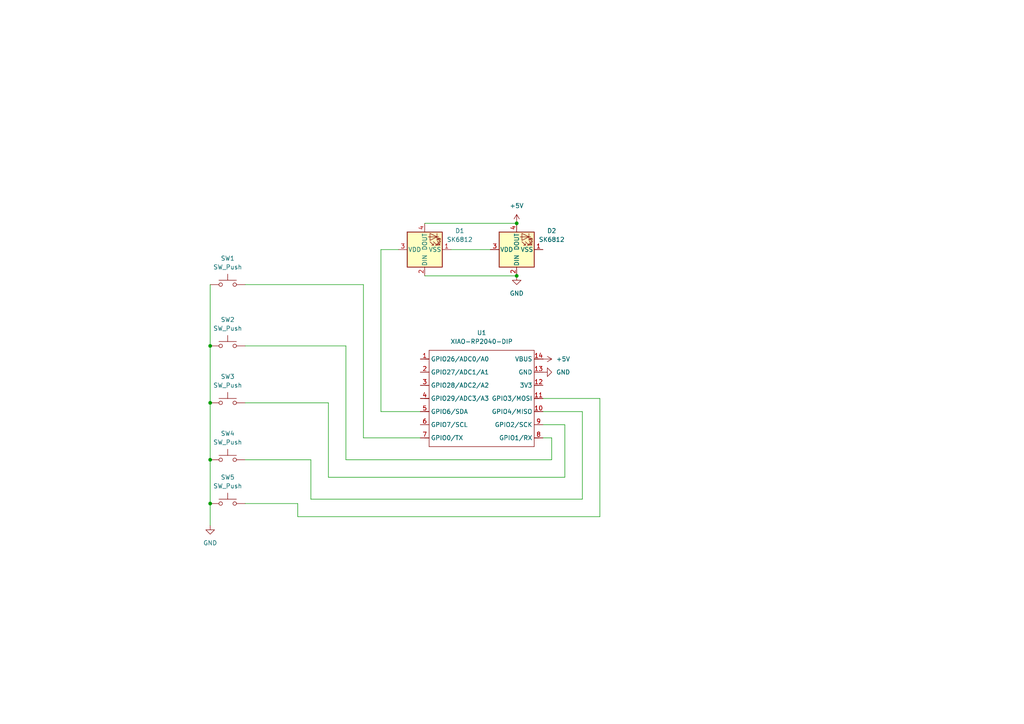
<source format=kicad_sch>
(kicad_sch (version 20250114) (generator "eeschema") (generator_version "9.0")
  (paper "A4")
  (lib_symbols
    (symbol "LED:SK6812" (pin_names (offset 0.254))
      (property "Reference" "D" (at 5.08 5.715 0))
      (property "Value" "SK6812" (at 1.27 -5.715 0))
      (symbol "SK6812_0_0"
        (text "RGB" (at 2.286 -4.191 0) (effects (font (size 0.762 0.762))))
      )
      (symbol "SK6812_0_1"
        (polyline (pts (xy 1.27 -2.54) (xy 1.778 -2.54)))
        (polyline (pts (xy 1.27 -3.556) (xy 1.778 -3.556)))
        (polyline (pts (xy 2.286 -1.524) (xy 1.27 -2.54) (xy 1.27 -2.032)))
        (polyline (pts (xy 2.286 -2.54) (xy 1.27 -3.556) (xy 1.27 -3.048)))
        (polyline (pts (xy 3.683 -1.016) (xy 3.683 -3.556) (xy 3.683 -4.064)))
        (polyline (pts (xy 4.699 -1.524) (xy 2.667 -1.524) (xy 3.683 -3.556) (xy 4.699 -1.524)))
        (polyline (pts (xy 4.699 -3.556) (xy 2.667 -3.556)))
        (rectangle (start 5.08 5.08) (end -5.08 -5.08) (stroke (width 0.254)) (fill (type background)))
      )
      (symbol "SK6812_1_1"
        (pin input line (at -7.62 0 0) (length 2.54) (name "DIN") (number "2"))
        (pin power_in line (at 0 7.62 270) (length 2.54) (name "VDD") (number "3"))
        (pin power_in line (at 0 -7.62 90) (length 2.54) (name "VSS") (number "1"))
        (pin output line (at 7.62 0 180) (length 2.54) (name "DOUT") (number "4"))
      )
    )
    (symbol "OPL:XIAO-RP2040-DIP"
      (property "Reference" "U" (at 0 0 0))
      (property "Value" "XIAO-RP2040-DIP" (at 5.334 -1.778 0))
      (symbol "XIAO-RP2040-DIP_1_0"
        (polyline (pts (xy -1.27 -2.54) (xy 29.21 -2.54)) (stroke (width 0.1524)))
        (polyline (pts (xy -1.27 -5.08) (xy -2.54 -5.08)) (stroke (width 0.1524)))
        (polyline (pts (xy -1.27 -5.08) (xy -1.27 -2.54)) (stroke (width 0.1524)))
        (polyline (pts (xy -1.27 -8.89) (xy -2.54 -8.89)) (stroke (width 0.1524)))
        (polyline (pts (xy -1.27 -8.89) (xy -1.27 -5.08)) (stroke (width 0.1524)))
        (polyline (pts (xy -1.27 -12.7) (xy -2.54 -12.7)) (stroke (width 0.1524)))
        (polyline (pts (xy -1.27 -12.7) (xy -1.27 -8.89)) (stroke (width 0.1524)))
        (polyline (pts (xy -1.27 -16.51) (xy -2.54 -16.51)) (stroke (width 0.1524)))
        (polyline (pts (xy -1.27 -16.51) (xy -1.27 -12.7)) (stroke (width 0.1524)))
        (polyline (pts (xy -1.27 -20.32) (xy -2.54 -20.32)) (stroke (width 0.1524)))
        (polyline (pts (xy -1.27 -24.13) (xy -2.54 -24.13)) (stroke (width 0.1524)))
        (polyline (pts (xy -1.27 -27.94) (xy -2.54 -27.94)) (stroke (width 0.1524)))
        (polyline (pts (xy -1.27 -30.48) (xy -1.27 -16.51)) (stroke (width 0.1524)))
        (polyline (pts (xy 29.21 -2.54) (xy 29.21 -5.08)) (stroke (width 0.1524)))
        (polyline (pts (xy 29.21 -5.08) (xy 29.21 -8.89)) (stroke (width 0.1524)))
        (polyline (pts (xy 29.21 -8.89) (xy 29.21 -12.7)) (stroke (width 0.1524)))
        (polyline (pts (xy 29.21 -12.7) (xy 29.21 -30.48)) (stroke (width 0.1524)))
        (polyline (pts (xy 29.21 -30.48) (xy -1.27 -30.48)) (stroke (width 0.1524)))
        (polyline (pts (xy 30.48 -5.08) (xy 29.21 -5.08)) (stroke (width 0.1524)))
        (polyline (pts (xy 30.48 -8.89) (xy 29.21 -8.89)) (stroke (width 0.1524)))
        (polyline (pts (xy 30.48 -12.7) (xy 29.21 -12.7)) (stroke (width 0.1524)))
        (polyline (pts (xy 30.48 -16.51) (xy 29.21 -16.51)) (stroke (width 0.1524)))
        (polyline (pts (xy 30.48 -20.32) (xy 29.21 -20.32)) (stroke (width 0.1524)))
        (polyline (pts (xy 30.48 -24.13) (xy 29.21 -24.13)) (stroke (width 0.1524)))
        (polyline (pts (xy 30.48 -27.94) (xy 29.21 -27.94)) (stroke (width 0.1524)))
        (pin passive line (at -3.81 -5.08 0) (length 2.54) (name "GPIO26/ADC0/A0") (number "1"))
        (pin passive line (at -3.81 -8.89 0) (length 2.54) (name "GPIO27/ADC1/A1") (number "2"))
        (pin passive line (at -3.81 -12.7 0) (length 2.54) (name "GPIO28/ADC2/A2") (number "3"))
        (pin passive line (at -3.81 -16.51 0) (length 2.54) (name "GPIO29/ADC3/A3") (number "4"))
        (pin passive line (at -3.81 -20.32 0) (length 2.54) (name "GPIO6/SDA") (number "5"))
        (pin passive line (at -3.81 -24.13 0) (length 2.54) (name "GPIO7/SCL") (number "6"))
        (pin passive line (at -3.81 -27.94 0) (length 2.54) (name "GPIO0/TX") (number "7"))
        (pin passive line (at 31.75 -5.08 180) (length 2.54) (name "VBUS") (number "14"))
        (pin passive line (at 31.75 -8.89 180) (length 2.54) (name "GND") (number "13"))
        (pin passive line (at 31.75 -12.7 180) (length 2.54) (name "3V3") (number "12"))
        (pin passive line (at 31.75 -16.51 180) (length 2.54) (name "GPIO3/MOSI") (number "11"))
        (pin passive line (at 31.75 -20.32 180) (length 2.54) (name "GPIO4/MISO") (number "10"))
        (pin passive line (at 31.75 -24.13 180) (length 2.54) (name "GPIO2/SCK") (number "9"))
        (pin passive line (at 31.75 -27.94 180) (length 2.54) (name "GPIO1/RX") (number "8"))
      )
    )
    (symbol "Switch:SW_Push" (pin_numbers (hide yes)) (pin_names (offset 1.016) (hide yes))
      (property "Reference" "SW" (at 1.27 2.54 0))
      (property "Value" "SW_Push" (at 0 -1.524 0))
      (symbol "SW_Push_0_1"
        (circle (center -2.032 0) (radius 0.508))
        (polyline (pts (xy 0 1.27) (xy 0 3.048)))
        (circle (center 2.032 0) (radius 0.508))
        (polyline (pts (xy 2.54 1.27) (xy -2.54 1.27)))
        (pin passive line (at -5.08 0 0) (length 2.54) (name "1") (number "1"))
        (pin passive line (at 5.08 0 180) (length 2.54) (name "2") (number "2"))
      )
    )
    (symbol "power:+5V" (power) (pin_numbers (hide yes)) (pin_names (offset 0) (hide yes))
      (property "Value" "+5V" (at 0 3.556 0))
      (symbol "+5V_0_1"
        (polyline (pts (xy -0.762 1.27) (xy 0 2.54)))
        (polyline (pts (xy 0 2.54) (xy 0.762 1.27)))
        (polyline (pts (xy 0 0) (xy 0 2.54)))
      )
      (symbol "+5V_1_1"
        (pin power_in line (at 0 0 90) (length 0) (name "~") (number "1"))
      )
    )
    (symbol "power:GND" (power) (pin_numbers (hide yes)) (pin_names (offset 0) (hide yes))
      (property "Value" "GND" (at 0 -3.81 0))
      (symbol "GND_0_1"
        (polyline (pts (xy 0 0) (xy 0 -1.27) (xy 1.27 -1.27) (xy 0 -2.54) (xy -1.27 -1.27) (xy 0 -1.27)))
      )
      (symbol "GND_1_1"
        (pin power_in line (at 0 0 270) (length 0) (name "~") (number "1"))
      )
    )
  )
  (junction (at 60.96 133.35))
  (junction (at 60.96 116.84))
  (junction (at 60.96 146.05))
  (junction (at 60.96 100.33))
  (junction (at 149.86 80.01))
  (junction (at 149.86 64.77))
  (wire (pts (xy 71.12 100.33) (xy 100.33 100.33)))
  (wire (pts (xy 100.33 100.33) (xy 100.33 133.35)))
  (wire (pts (xy 95.25 138.43) (xy 163.83 138.43)))
  (wire (pts (xy 71.12 82.55) (xy 105.41 82.55)))
  (wire (pts (xy 110.49 72.39) (xy 110.49 119.38)))
  (wire (pts (xy 160.02 133.35) (xy 160.02 127)))
  (wire (pts (xy 168.91 119.38) (xy 157.48 119.38)))
  (wire (pts (xy 86.36 146.05) (xy 86.36 149.86)))
  (wire (pts (xy 115.57 72.39) (xy 110.49 72.39)))
  (wire (pts (xy 90.17 144.78) (xy 168.91 144.78)))
  (wire (pts (xy 71.12 133.35) (xy 90.17 133.35)))
  (wire (pts (xy 86.36 149.86) (xy 173.99 149.86)))
  (wire (pts (xy 173.99 115.57) (xy 157.48 115.57)))
  (wire (pts (xy 163.83 138.43) (xy 163.83 123.19)))
  (wire (pts (xy 60.96 82.55) (xy 60.96 100.33)))
  (wire (pts (xy 60.96 116.84) (xy 60.96 133.35)))
  (wire (pts (xy 168.91 144.78) (xy 168.91 119.38)))
  (wire (pts (xy 60.96 100.33) (xy 60.96 116.84)))
  (wire (pts (xy 123.19 80.01) (xy 149.86 80.01)))
  (wire (pts (xy 163.83 123.19) (xy 157.48 123.19)))
  (wire (pts (xy 60.96 146.05) (xy 60.96 152.4)))
  (wire (pts (xy 71.12 116.84) (xy 95.25 116.84)))
  (wire (pts (xy 105.41 127) (xy 121.92 127)))
  (wire (pts (xy 173.99 149.86) (xy 173.99 115.57)))
  (wire (pts (xy 110.49 119.38) (xy 121.92 119.38)))
  (wire (pts (xy 60.96 133.35) (xy 60.96 146.05)))
  (wire (pts (xy 123.19 64.77) (xy 149.86 64.77)))
  (wire (pts (xy 100.33 133.35) (xy 160.02 133.35)))
  (wire (pts (xy 160.02 127) (xy 157.48 127)))
  (wire (pts (xy 130.81 72.39) (xy 142.24 72.39)))
  (wire (pts (xy 90.17 133.35) (xy 90.17 144.78)))
  (wire (pts (xy 71.12 146.05) (xy 86.36 146.05)))
  (wire (pts (xy 105.41 82.55) (xy 105.41 127)))
  (wire (pts (xy 95.25 116.84) (xy 95.25 138.43)))
  (symbol (lib_id "power:+5V") (at 157.48 104.14 270) (unit 1)
    (property "Reference" "#PWR03" (effects (hide yes)))
    (property "Value" "+5V" (at 161.29 104.1399 90) (effects (justify left)))
    (property "Description" "Power symbol creates a global label with name \"+5V\"" (effects (hide yes)))
  )
  (symbol (lib_id "power:GND") (at 157.48 107.95 90) (unit 1)
    (property "Reference" "#PWR02" (effects (hide yes)))
    (property "Value" "GND" (at 161.29 107.9499 90) (effects (justify right)))
    (property "Description" "Power symbol creates a global label with name \"GND\" , ground" (effects (hide yes)))
  )
  (symbol (lib_id "Switch:SW_Push") (at 66.04 82.55 0) (unit 1)
    (property "Reference" "SW1" (at 66.04 74.93 0))
    (property "Value" "SW_Push" (at 66.04 77.47 0))
    (property "Footprint" "Button_Switch_Keyboard:SW_Cherry_MX_1.00u_PCB" (effects (hide yes)))
    (property "Description" "Push button switch, generic, two pins" (effects (hide yes)))
  )
  (symbol (lib_id "power:+5V") (at 149.86 64.77 0) (unit 1)
    (property "Reference" "#PWR05" (effects (hide yes)))
    (property "Value" "+5V" (at 149.86 59.69 0))
    (property "Description" "Power symbol creates a global label with name \"+5V\"" (effects (hide yes)))
  )
  (symbol (lib_id "power:GND") (at 149.86 80.01 0) (unit 1)
    (property "Reference" "#PWR04" (effects (hide yes)))
    (property "Value" "GND" (at 149.86 85.09 0))
    (property "Description" "Power symbol creates a global label with name \"GND\" , ground" (effects (hide yes)))
  )
  (symbol (lib_id "OPL:XIAO-RP2040-DIP") (at 125.73 99.06 0) (unit 1)
    (property "Reference" "U1" (at 139.7 96.52 0))
    (property "Value" "XIAO-RP2040-DIP" (at 139.7 99.06 0))
    (property "Footprint" "OPL:XIAO-RP2040-DIP" (effects (hide yes)))
  )
  (symbol (lib_id "LED:SK6812") (at 123.19 72.39 90) (unit 1)
    (property "Reference" "D1" (at 133.35 66.9446 90))
    (property "Value" "SK6812" (at 133.35 69.4846 90))
    (property "Footprint" "LED_SMD:LED_SK6812MINI_PLCC4_3.5x3.5mm_P1.75mm" (effects (hide yes)))
    (property "Datasheet" "https://cdn-shop.adafruit.com/product-files/1138/SK6812+LED+datasheet+.pdf" (effects (hide yes)))
    (property "Description" "RGB LED with integrated controller" (effects (hide yes)))
  )
  (symbol (lib_id "LED:SK6812") (at 149.86 72.39 90) (unit 1)
    (property "Reference" "D2" (at 160.02 66.9446 90))
    (property "Value" "SK6812" (at 160.02 69.4846 90))
    (property "Footprint" "LED_SMD:LED_SK6812MINI_PLCC4_3.5x3.5mm_P1.75mm" (effects (hide yes)))
    (property "Datasheet" "https://cdn-shop.adafruit.com/product-files/1138/SK6812+LED+datasheet+.pdf" (effects (hide yes)))
    (property "Description" "RGB LED with integrated controller" (effects (hide yes)))
  )
  (symbol (lib_id "Switch:SW_Push") (at 66.04 100.33 0) (unit 1)
    (property "Reference" "SW2" (at 66.04 92.71 0))
    (property "Value" "SW_Push" (at 66.04 95.25 0))
    (property "Footprint" "Button_Switch_Keyboard:SW_Cherry_MX_1.00u_PCB" (effects (hide yes)))
    (property "Description" "Push button switch, generic, two pins" (effects (hide yes)))
  )
  (symbol (lib_id "Switch:SW_Push") (at 66.04 133.35 0) (unit 1)
    (property "Reference" "SW4" (at 66.04 125.73 0))
    (property "Value" "SW_Push" (at 66.04 128.27 0))
    (property "Footprint" "Button_Switch_Keyboard:SW_Cherry_MX_1.00u_PCB" (effects (hide yes)))
    (property "Description" "Push button switch, generic, two pins" (effects (hide yes)))
  )
  (symbol (lib_id "Switch:SW_Push") (at 66.04 116.84 0) (unit 1)
    (property "Reference" "SW3" (at 66.04 109.22 0))
    (property "Value" "SW_Push" (at 66.04 111.76 0))
    (property "Footprint" "Button_Switch_Keyboard:SW_Cherry_MX_1.00u_PCB" (effects (hide yes)))
    (property "Description" "Push button switch, generic, two pins" (effects (hide yes)))
  )
  (symbol (lib_id "power:GND") (at 60.96 152.4 0) (unit 1)
    (property "Reference" "#PWR01" (effects (hide yes)))
    (property "Value" "GND" (at 60.96 157.48 0))
    (property "Description" "Power symbol creates a global label with name \"GND\" , ground" (effects (hide yes)))
  )
  (symbol (lib_id "Switch:SW_Push") (at 66.04 146.05 0) (unit 1)
    (property "Reference" "SW5" (at 66.04 138.43 0))
    (property "Value" "SW_Push" (at 66.04 140.97 0))
    (property "Footprint" "Button_Switch_Keyboard:SW_Cherry_MX_1.00u_PCB" (effects (hide yes)))
    (property "Description" "Push button switch, generic, two pins" (effects (hide yes)))
  )
)
</source>
